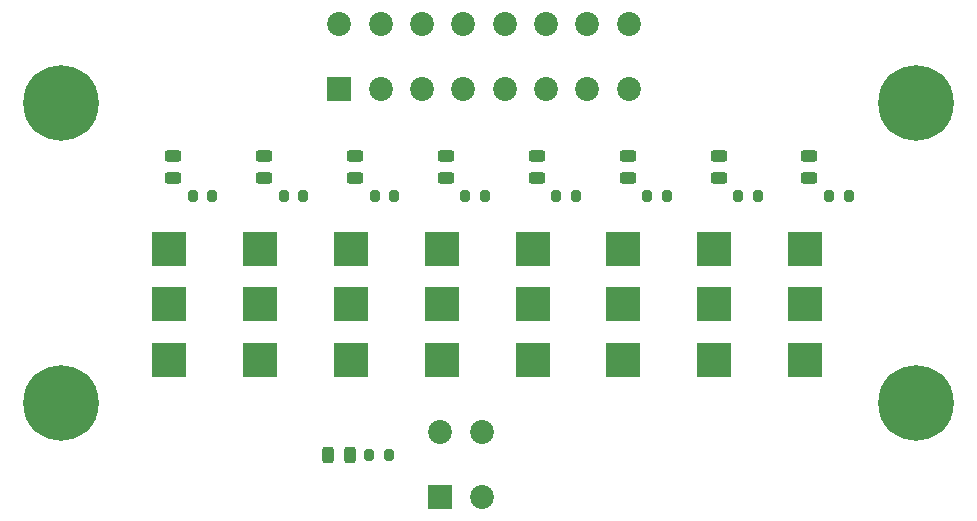
<source format=gts>
G04 #@! TF.GenerationSoftware,KiCad,Pcbnew,7.0.7*
G04 #@! TF.CreationDate,2023-09-05T00:15:25-07:00*
G04 #@! TF.ProjectId,Power Supply Board Ground Systems V1.1,506f7765-7220-4537-9570-706c7920426f,rev?*
G04 #@! TF.SameCoordinates,Original*
G04 #@! TF.FileFunction,Soldermask,Top*
G04 #@! TF.FilePolarity,Negative*
%FSLAX46Y46*%
G04 Gerber Fmt 4.6, Leading zero omitted, Abs format (unit mm)*
G04 Created by KiCad (PCBNEW 7.0.7) date 2023-09-05 00:15:25*
%MOMM*%
%LPD*%
G01*
G04 APERTURE LIST*
G04 Aperture macros list*
%AMRoundRect*
0 Rectangle with rounded corners*
0 $1 Rounding radius*
0 $2 $3 $4 $5 $6 $7 $8 $9 X,Y pos of 4 corners*
0 Add a 4 corners polygon primitive as box body*
4,1,4,$2,$3,$4,$5,$6,$7,$8,$9,$2,$3,0*
0 Add four circle primitives for the rounded corners*
1,1,$1+$1,$2,$3*
1,1,$1+$1,$4,$5*
1,1,$1+$1,$6,$7*
1,1,$1+$1,$8,$9*
0 Add four rect primitives between the rounded corners*
20,1,$1+$1,$2,$3,$4,$5,0*
20,1,$1+$1,$4,$5,$6,$7,0*
20,1,$1+$1,$6,$7,$8,$9,0*
20,1,$1+$1,$8,$9,$2,$3,0*%
G04 Aperture macros list end*
%ADD10R,3.000000X3.000000*%
%ADD11RoundRect,0.243750X-0.456250X0.243750X-0.456250X-0.243750X0.456250X-0.243750X0.456250X0.243750X0*%
%ADD12RoundRect,0.200000X-0.200000X-0.275000X0.200000X-0.275000X0.200000X0.275000X-0.200000X0.275000X0*%
%ADD13C,3.600000*%
%ADD14C,6.400000*%
%ADD15RoundRect,0.243750X-0.243750X-0.456250X0.243750X-0.456250X0.243750X0.456250X-0.243750X0.456250X0*%
%ADD16R,2.025000X2.025000*%
%ADD17C,2.025000*%
G04 APERTURE END LIST*
D10*
X47330916Y-47289800D03*
X47330916Y-51989800D03*
X47330916Y-56689800D03*
X78086684Y-47289800D03*
X78086684Y-51989800D03*
X78086684Y-56689800D03*
D11*
X63066513Y-39398500D03*
X63066513Y-41273500D03*
D12*
X95501000Y-42799800D03*
X97151000Y-42799800D03*
D10*
X55019858Y-47289800D03*
X55019858Y-51989800D03*
X55019858Y-56689800D03*
D11*
X86144226Y-39398500D03*
X86144226Y-41273500D03*
D10*
X39641974Y-47289800D03*
X39641974Y-51989800D03*
X39641974Y-56689800D03*
D12*
X80108600Y-42799800D03*
X81758600Y-42799800D03*
X64716200Y-42799800D03*
X66366200Y-42799800D03*
X49323800Y-42799800D03*
X50973800Y-42799800D03*
D11*
X47681371Y-39398500D03*
X47681371Y-41273500D03*
D12*
X57020000Y-42799800D03*
X58670000Y-42799800D03*
D13*
X102870000Y-60325000D03*
D14*
X102870000Y-60325000D03*
D12*
X87804800Y-42799800D03*
X89454800Y-42799800D03*
X41627600Y-42799800D03*
X43277600Y-42799800D03*
D13*
X30480000Y-60325000D03*
D14*
X30480000Y-60325000D03*
D15*
X53092501Y-64720001D03*
X54967501Y-64720001D03*
D11*
X78451655Y-39398500D03*
X78451655Y-41273500D03*
D16*
X62590000Y-68260000D03*
D17*
X62590000Y-62760000D03*
X66090000Y-68260000D03*
X66090000Y-62760000D03*
D10*
X93464574Y-47289800D03*
X93464574Y-51989800D03*
X93464574Y-56689800D03*
D12*
X72412400Y-42799800D03*
X74062400Y-42799800D03*
D11*
X39988800Y-39398500D03*
X39988800Y-41273500D03*
D12*
X56575000Y-64710000D03*
X58225000Y-64710000D03*
D11*
X93836800Y-39398500D03*
X93836800Y-41273500D03*
D13*
X102870000Y-34925000D03*
D14*
X102870000Y-34925000D03*
D10*
X85775626Y-47289800D03*
X85775626Y-51989800D03*
X85775626Y-56689800D03*
X70397742Y-47289800D03*
X70397742Y-51989800D03*
X70397742Y-56689800D03*
D16*
X54025800Y-33756600D03*
D17*
X54025800Y-28256600D03*
X57525800Y-33756600D03*
X57525800Y-28256600D03*
X61025800Y-33756600D03*
X61025800Y-28256600D03*
X64525800Y-33756600D03*
X64525800Y-28256600D03*
X68025800Y-33756600D03*
X68025800Y-28256600D03*
X71525800Y-33756600D03*
X71525800Y-28256600D03*
X75025800Y-33756600D03*
X75025800Y-28256600D03*
X78525800Y-33756600D03*
X78525800Y-28256600D03*
D11*
X55373942Y-39398500D03*
X55373942Y-41273500D03*
D10*
X62708800Y-47289800D03*
X62708800Y-51989800D03*
X62708800Y-56689800D03*
D11*
X70759084Y-39398500D03*
X70759084Y-41273500D03*
D13*
X30480000Y-34925000D03*
D14*
X30480000Y-34925000D03*
M02*

</source>
